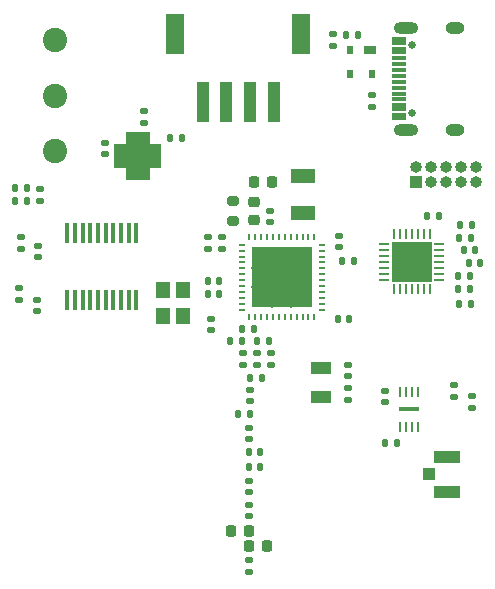
<source format=gts>
G04 #@! TF.GenerationSoftware,KiCad,Pcbnew,(7.0.0)*
G04 #@! TF.CreationDate,2023-05-25T13:49:04-05:00*
G04 #@! TF.ProjectId,Emrick,456d7269-636b-42e6-9b69-6361645f7063,3*
G04 #@! TF.SameCoordinates,Original*
G04 #@! TF.FileFunction,Soldermask,Top*
G04 #@! TF.FilePolarity,Negative*
%FSLAX46Y46*%
G04 Gerber Fmt 4.6, Leading zero omitted, Abs format (unit mm)*
G04 Created by KiCad (PCBNEW (7.0.0)) date 2023-05-25 13:49:04*
%MOMM*%
%LPD*%
G01*
G04 APERTURE LIST*
G04 Aperture macros list*
%AMRoundRect*
0 Rectangle with rounded corners*
0 $1 Rounding radius*
0 $2 $3 $4 $5 $6 $7 $8 $9 X,Y pos of 4 corners*
0 Add a 4 corners polygon primitive as box body*
4,1,4,$2,$3,$4,$5,$6,$7,$8,$9,$2,$3,0*
0 Add four circle primitives for the rounded corners*
1,1,$1+$1,$2,$3*
1,1,$1+$1,$4,$5*
1,1,$1+$1,$6,$7*
1,1,$1+$1,$8,$9*
0 Add four rect primitives between the rounded corners*
20,1,$1+$1,$2,$3,$4,$5,0*
20,1,$1+$1,$4,$5,$6,$7,0*
20,1,$1+$1,$6,$7,$8,$9,0*
20,1,$1+$1,$8,$9,$2,$3,0*%
G04 Aperture macros list end*
%ADD10C,0.100000*%
%ADD11C,2.057400*%
%ADD12RoundRect,0.135000X0.135000X0.185000X-0.135000X0.185000X-0.135000X-0.185000X0.135000X-0.185000X0*%
%ADD13RoundRect,0.135000X-0.135000X-0.185000X0.135000X-0.185000X0.135000X0.185000X-0.135000X0.185000X0*%
%ADD14R,1.600200X3.505200*%
%ADD15R,0.990600X3.505200*%
%ADD16RoundRect,0.140000X-0.170000X0.140000X-0.170000X-0.140000X0.170000X-0.140000X0.170000X0.140000X0*%
%ADD17R,1.200000X1.400000*%
%ADD18R,2.000000X1.200000*%
%ADD19RoundRect,0.147500X-0.172500X0.147500X-0.172500X-0.147500X0.172500X-0.147500X0.172500X0.147500X0*%
%ADD20RoundRect,0.140000X0.140000X0.170000X-0.140000X0.170000X-0.140000X-0.170000X0.140000X-0.170000X0*%
%ADD21RoundRect,0.225000X-0.225000X-0.250000X0.225000X-0.250000X0.225000X0.250000X-0.225000X0.250000X0*%
%ADD22RoundRect,0.140000X-0.140000X-0.170000X0.140000X-0.170000X0.140000X0.170000X-0.140000X0.170000X0*%
%ADD23RoundRect,0.135000X0.185000X-0.135000X0.185000X0.135000X-0.185000X0.135000X-0.185000X-0.135000X0*%
%ADD24RoundRect,0.140000X0.170000X-0.140000X0.170000X0.140000X-0.170000X0.140000X-0.170000X-0.140000X0*%
%ADD25R,0.600000X0.700000*%
%ADD26R,1.000000X0.700000*%
%ADD27RoundRect,0.147500X0.172500X-0.147500X0.172500X0.147500X-0.172500X0.147500X-0.172500X-0.147500X0*%
%ADD28R,0.965200X0.254000*%
%ADD29R,0.254000X0.965200*%
%ADD30R,3.352800X3.352800*%
%ADD31R,0.355600X1.676400*%
%ADD32R,0.850000X0.280000*%
%ADD33R,0.280000X0.850000*%
%ADD34C,0.508000*%
%ADD35C,0.499999*%
%ADD36R,5.150000X5.150000*%
%ADD37O,0.599999X0.240000*%
%ADD38O,0.240000X0.599999*%
%ADD39R,1.800000X1.000000*%
%ADD40O,1.000000X1.000000*%
%ADD41R,1.000000X1.000000*%
%ADD42R,2.200000X1.050000*%
%ADD43R,1.050000X1.000000*%
%ADD44RoundRect,0.225000X0.250000X-0.225000X0.250000X0.225000X-0.250000X0.225000X-0.250000X-0.225000X0*%
%ADD45RoundRect,0.225000X0.225000X0.250000X-0.225000X0.250000X-0.225000X-0.250000X0.225000X-0.250000X0*%
%ADD46O,1.600000X1.000000*%
%ADD47O,2.100000X1.000000*%
%ADD48R,1.150000X0.300000*%
%ADD49C,0.650000*%
%ADD50RoundRect,0.135000X-0.185000X0.135000X-0.185000X-0.135000X0.185000X-0.135000X0.185000X0.135000X0*%
%ADD51R,1.701800X0.304800*%
%ADD52R,0.254000X0.812800*%
%ADD53RoundRect,0.147500X-0.147500X-0.172500X0.147500X-0.172500X0.147500X0.172500X-0.147500X0.172500X0*%
%ADD54RoundRect,0.200000X-0.275000X0.200000X-0.275000X-0.200000X0.275000X-0.200000X0.275000X0.200000X0*%
G04 APERTURE END LIST*
G36*
X91969407Y-28784596D02*
G01*
X90980216Y-28784596D01*
X90980216Y-28365402D01*
X91969407Y-28365402D01*
X91969407Y-28784596D01*
G37*
D10*
X91969407Y-28784596D02*
X90980216Y-28784596D01*
X90980216Y-28365402D01*
X91969407Y-28365402D01*
X91969407Y-28784596D01*
G36*
X91969407Y-29284595D02*
G01*
X90980216Y-29284595D01*
X90980216Y-28865404D01*
X91969407Y-28865404D01*
X91969407Y-29284595D01*
G37*
X91969407Y-29284595D02*
X90980216Y-29284595D01*
X90980216Y-28865404D01*
X91969407Y-28865404D01*
X91969407Y-29284595D01*
G36*
X91969407Y-29784594D02*
G01*
X90980216Y-29784594D01*
X90980216Y-29365403D01*
X91969407Y-29365403D01*
X91969407Y-29784594D01*
G37*
X91969407Y-29784594D02*
X90980216Y-29784594D01*
X90980216Y-29365403D01*
X91969407Y-29365403D01*
X91969407Y-29784594D01*
G36*
X91969407Y-30284596D02*
G01*
X90980216Y-30284596D01*
X90980216Y-29865402D01*
X91969407Y-29865402D01*
X91969407Y-30284596D01*
G37*
X91969407Y-30284596D02*
X90980216Y-30284596D01*
X90980216Y-29865402D01*
X91969407Y-29865402D01*
X91969407Y-30284596D01*
G36*
X92409218Y-28344595D02*
G01*
X91990026Y-28344595D01*
X91990026Y-27355404D01*
X92409218Y-27355404D01*
X92409218Y-28344595D01*
G37*
X92409218Y-28344595D02*
X91990026Y-28344595D01*
X91990026Y-27355404D01*
X92409218Y-27355404D01*
X92409218Y-28344595D01*
G36*
X92409218Y-31294594D02*
G01*
X91990026Y-31294594D01*
X91990026Y-30305403D01*
X92409218Y-30305403D01*
X92409218Y-31294594D01*
G37*
X92409218Y-31294594D02*
X91990026Y-31294594D01*
X91990026Y-30305403D01*
X92409218Y-30305403D01*
X92409218Y-31294594D01*
G36*
X92356111Y-30238499D02*
G01*
X92036311Y-30238499D01*
X92036311Y-28411499D01*
X92356111Y-28411499D01*
X92356111Y-30238499D01*
G37*
X92356111Y-30238499D02*
X92036311Y-30238499D01*
X92036311Y-28411499D01*
X92356111Y-28411499D01*
X92356111Y-30238499D01*
G36*
X93863311Y-28731299D02*
G01*
X92036311Y-28731299D01*
X92036311Y-28411499D01*
X93863311Y-28411499D01*
X93863311Y-28731299D01*
G37*
X93863311Y-28731299D02*
X92036311Y-28731299D01*
X92036311Y-28411499D01*
X93863311Y-28411499D01*
X93863311Y-28731299D01*
G36*
X93863311Y-29518699D02*
G01*
X92036311Y-29518699D01*
X92036311Y-29131299D01*
X93863311Y-29131299D01*
X93863311Y-29518699D01*
G37*
X93863311Y-29518699D02*
X92036311Y-29518699D01*
X92036311Y-29131299D01*
X93863311Y-29131299D01*
X93863311Y-29518699D01*
G36*
X93863311Y-30238499D02*
G01*
X92036311Y-30238499D01*
X92036311Y-29918699D01*
X93863311Y-29918699D01*
X93863311Y-30238499D01*
G37*
X93863311Y-30238499D02*
X92036311Y-30238499D01*
X92036311Y-29918699D01*
X93863311Y-29918699D01*
X93863311Y-30238499D01*
G36*
X92909344Y-28344595D02*
G01*
X92490152Y-28344595D01*
X92490152Y-27355404D01*
X92909344Y-27355404D01*
X92909344Y-28344595D01*
G37*
X92909344Y-28344595D02*
X92490152Y-28344595D01*
X92490152Y-27355404D01*
X92909344Y-27355404D01*
X92909344Y-28344595D01*
G36*
X92909344Y-31294594D02*
G01*
X92490152Y-31294594D01*
X92490152Y-30305403D01*
X92909344Y-30305403D01*
X92909344Y-31294594D01*
G37*
X92909344Y-31294594D02*
X92490152Y-31294594D01*
X92490152Y-30305403D01*
X92909344Y-30305403D01*
X92909344Y-31294594D01*
G36*
X93409470Y-28344595D02*
G01*
X92990278Y-28344595D01*
X92990278Y-27355404D01*
X93409470Y-27355404D01*
X93409470Y-28344595D01*
G37*
X93409470Y-28344595D02*
X92990278Y-28344595D01*
X92990278Y-27355404D01*
X93409470Y-27355404D01*
X93409470Y-28344595D01*
G36*
X93409470Y-31294594D02*
G01*
X92990278Y-31294594D01*
X92990278Y-30305403D01*
X93409470Y-30305403D01*
X93409470Y-31294594D01*
G37*
X93409470Y-31294594D02*
X92990278Y-31294594D01*
X92990278Y-30305403D01*
X93409470Y-30305403D01*
X93409470Y-31294594D01*
G36*
X93143511Y-30238499D02*
G01*
X92756111Y-30238499D01*
X92756111Y-28411499D01*
X93143511Y-28411499D01*
X93143511Y-30238499D01*
G37*
X93143511Y-30238499D02*
X92756111Y-30238499D01*
X92756111Y-28411499D01*
X93143511Y-28411499D01*
X93143511Y-30238499D01*
G36*
X93909596Y-28344595D02*
G01*
X93490404Y-28344595D01*
X93490404Y-27355404D01*
X93909596Y-27355404D01*
X93909596Y-28344595D01*
G37*
X93909596Y-28344595D02*
X93490404Y-28344595D01*
X93490404Y-27355404D01*
X93909596Y-27355404D01*
X93909596Y-28344595D01*
G36*
X93909596Y-31294594D02*
G01*
X93490404Y-31294594D01*
X93490404Y-30305403D01*
X93909596Y-30305403D01*
X93909596Y-31294594D01*
G37*
X93909596Y-31294594D02*
X93490404Y-31294594D01*
X93490404Y-30305403D01*
X93909596Y-30305403D01*
X93909596Y-31294594D01*
G36*
X93863311Y-30238499D02*
G01*
X93543511Y-30238499D01*
X93543511Y-28411499D01*
X93863311Y-28411499D01*
X93863311Y-30238499D01*
G37*
X93863311Y-30238499D02*
X93543511Y-30238499D01*
X93543511Y-28411499D01*
X93863311Y-28411499D01*
X93863311Y-30238499D01*
G36*
X94919406Y-28784596D02*
G01*
X93930215Y-28784596D01*
X93930215Y-28365402D01*
X94919406Y-28365402D01*
X94919406Y-28784596D01*
G37*
X94919406Y-28784596D02*
X93930215Y-28784596D01*
X93930215Y-28365402D01*
X94919406Y-28365402D01*
X94919406Y-28784596D01*
G36*
X94919406Y-29284595D02*
G01*
X93930215Y-29284595D01*
X93930215Y-28865404D01*
X94919406Y-28865404D01*
X94919406Y-29284595D01*
G37*
X94919406Y-29284595D02*
X93930215Y-29284595D01*
X93930215Y-28865404D01*
X94919406Y-28865404D01*
X94919406Y-29284595D01*
G36*
X94919406Y-29784594D02*
G01*
X93930215Y-29784594D01*
X93930215Y-29365403D01*
X94919406Y-29365403D01*
X94919406Y-29784594D01*
G37*
X94919406Y-29784594D02*
X93930215Y-29784594D01*
X93930215Y-29365403D01*
X94919406Y-29365403D01*
X94919406Y-29784594D01*
G36*
X94919406Y-30284596D02*
G01*
X93930215Y-30284596D01*
X93930215Y-29865402D01*
X94919406Y-29865402D01*
X94919406Y-30284596D01*
G37*
X94919406Y-30284596D02*
X93930215Y-30284596D01*
X93930215Y-29865402D01*
X94919406Y-29865402D01*
X94919406Y-30284596D01*
D11*
X86000000Y-19596100D03*
X86000000Y-24295100D03*
X86000000Y-28994100D03*
D12*
X82610000Y-33200000D03*
X83630000Y-33200000D03*
D13*
X83620000Y-32100000D03*
X82600000Y-32100000D03*
D14*
X106850000Y-19094698D03*
X96150001Y-19094698D03*
D15*
X98500001Y-24844700D03*
X100500000Y-24844700D03*
X102500001Y-24844700D03*
X104499999Y-24844700D03*
D16*
X84720000Y-33180000D03*
X84720000Y-32220000D03*
D17*
X95149999Y-42949999D03*
X95149999Y-40749999D03*
X96849999Y-40749999D03*
X96849999Y-42949999D03*
D12*
X110590000Y-19150000D03*
X111610000Y-19150000D03*
D18*
X106999999Y-31049999D03*
X106999999Y-34249999D03*
D19*
X102400000Y-53355000D03*
X102400000Y-52385000D03*
X101900000Y-47050000D03*
X101900000Y-46080000D03*
D20*
X98920000Y-39950000D03*
X99880000Y-39950000D03*
D21*
X103950000Y-62450000D03*
X102400000Y-62450000D03*
D16*
X99200000Y-44130000D03*
X99200000Y-43170000D03*
D22*
X110880000Y-43150000D03*
X109920000Y-43150000D03*
D23*
X100100000Y-36240000D03*
X100100000Y-37260000D03*
D22*
X121280000Y-35250000D03*
X120320000Y-35250000D03*
D24*
X93500000Y-25620000D03*
X93500000Y-26580000D03*
D12*
X120134000Y-39537000D03*
X121154000Y-39537000D03*
D25*
X112849999Y-22449999D03*
X110949999Y-22449999D03*
X110949999Y-20449999D03*
D26*
X112649999Y-20449999D03*
D23*
X83100000Y-36240000D03*
X83100000Y-37260000D03*
D27*
X121297000Y-49715000D03*
X121297000Y-50685000D03*
D16*
X103100000Y-47050000D03*
X103100000Y-46090000D03*
D28*
X118524099Y-39849999D03*
X118524099Y-39350000D03*
X118524099Y-38849998D03*
X118524099Y-38349999D03*
X118524099Y-37850000D03*
X118524099Y-37349998D03*
X118524099Y-36849999D03*
D29*
X117699999Y-36025899D03*
X117200000Y-36025899D03*
X116699998Y-36025899D03*
X116199999Y-36025899D03*
X115700000Y-36025899D03*
X115199998Y-36025899D03*
X114699999Y-36025899D03*
D28*
X113875899Y-36849999D03*
X113875899Y-37349998D03*
X113875899Y-37850000D03*
X113875899Y-38349999D03*
X113875899Y-38849998D03*
X113875899Y-39350000D03*
X113875899Y-39849999D03*
D29*
X114699999Y-40674099D03*
X115199998Y-40674099D03*
X115700000Y-40674099D03*
X116199999Y-40674099D03*
X116699998Y-40674099D03*
X117200000Y-40674099D03*
X117699999Y-40674099D03*
D30*
X116199999Y-38349999D03*
D12*
X117490000Y-34450000D03*
X118510000Y-34450000D03*
D31*
X87027501Y-35944849D03*
X87677500Y-35944849D03*
X88327501Y-35944849D03*
X88977500Y-35944849D03*
X89627501Y-35944849D03*
X90277500Y-35944849D03*
X90927501Y-35944849D03*
X91577500Y-35944849D03*
X92227501Y-35944849D03*
X92877499Y-35944849D03*
X92877497Y-41583649D03*
X92227498Y-41583649D03*
X91577497Y-41583649D03*
X90927498Y-41583649D03*
X90277497Y-41583649D03*
X89627498Y-41583649D03*
X88977500Y-41583649D03*
X88327498Y-41583649D03*
X87677500Y-41583649D03*
X87027499Y-41583649D03*
D32*
X91474809Y-28574997D03*
X91474809Y-29074998D03*
X91474809Y-29574998D03*
X91474809Y-30074999D03*
D33*
X92199621Y-30799999D03*
X92699747Y-30799999D03*
X93199873Y-30799999D03*
X93699999Y-30799999D03*
D32*
X94424811Y-30074999D03*
X94424811Y-29574998D03*
X94424811Y-29074998D03*
X94424811Y-28574997D03*
D33*
X93699999Y-27849997D03*
X93199873Y-27849997D03*
X92699747Y-27849997D03*
X92199621Y-27849997D03*
D34*
X92556111Y-28931299D03*
X93343511Y-28931299D03*
X93343511Y-29718699D03*
X92556111Y-29718699D03*
D24*
X104200000Y-34020000D03*
X104200000Y-34980000D03*
X90200000Y-28300000D03*
X90200000Y-29260000D03*
D16*
X98900000Y-37230000D03*
X98900000Y-36270000D03*
D22*
X111280000Y-38250000D03*
X110320000Y-38250000D03*
X101786000Y-45070000D03*
X100826000Y-45070000D03*
D35*
X104396499Y-37325001D03*
X106003501Y-38846499D03*
X104396499Y-38846499D03*
X107524999Y-40453501D03*
X106003501Y-40453501D03*
X104396499Y-40453501D03*
X104396499Y-41974999D03*
X106003501Y-37325001D03*
X102875001Y-38846499D03*
X102875001Y-40453501D03*
X106003501Y-41974999D03*
D36*
X105199999Y-39649999D03*
D37*
X101799998Y-42399999D03*
X101799998Y-41900000D03*
X101799998Y-41400001D03*
X101799998Y-40899999D03*
X101799998Y-40400000D03*
X101799998Y-39899999D03*
X101799998Y-39399999D03*
X101799998Y-38900001D03*
X101799998Y-38399999D03*
X101799998Y-37900000D03*
X101799998Y-37399998D03*
X101799998Y-36899999D03*
D38*
X102449999Y-36249998D03*
X102949998Y-36249998D03*
X103449997Y-36249998D03*
X103949999Y-36249998D03*
X104449998Y-36249998D03*
X104949999Y-36249998D03*
X105449999Y-36249998D03*
X105949997Y-36249998D03*
X106449999Y-36249998D03*
X106949998Y-36249998D03*
X107450000Y-36249998D03*
X107949999Y-36249998D03*
D37*
X108600000Y-36899999D03*
X108600000Y-37399998D03*
X108600000Y-37900000D03*
X108600000Y-38399999D03*
X108600000Y-38900001D03*
X108600000Y-39399999D03*
X108600000Y-39899999D03*
X108600000Y-40400000D03*
X108600000Y-40899999D03*
X108600000Y-41400001D03*
X108600000Y-41900000D03*
X108600000Y-42399999D03*
D38*
X107949999Y-43050000D03*
X107450000Y-43050000D03*
X106949998Y-43050000D03*
X106449999Y-43050000D03*
X105949997Y-43050000D03*
X105449999Y-43050000D03*
X104949999Y-43050000D03*
X104449998Y-43050000D03*
X103949999Y-43050000D03*
X103449997Y-43050000D03*
X102949998Y-43050000D03*
X102449999Y-43050000D03*
D35*
X107524999Y-38846499D03*
D20*
X98920000Y-41050000D03*
X99880000Y-41050000D03*
D39*
X108499999Y-47299999D03*
X108499999Y-49799999D03*
D12*
X120134000Y-40680000D03*
X121154000Y-40680000D03*
D40*
X121629999Y-30304999D03*
X121629999Y-31574999D03*
X120359999Y-30304999D03*
X120359999Y-31574999D03*
X119089999Y-30304999D03*
X119089999Y-31574999D03*
X117819999Y-30304999D03*
X117819999Y-31574999D03*
X116549999Y-30304999D03*
D41*
X116549999Y-31574999D03*
D42*
X119144999Y-57807499D03*
X119144999Y-54857499D03*
D43*
X117619999Y-56332499D03*
D16*
X113900000Y-50230000D03*
X113900000Y-49270000D03*
D20*
X101520000Y-51270000D03*
X102480000Y-51270000D03*
D44*
X102800000Y-33275000D03*
X102800000Y-34825000D03*
D45*
X100850000Y-61100000D03*
X102400000Y-61100000D03*
D16*
X102400000Y-64580000D03*
X102400000Y-63620000D03*
D46*
X119874999Y-18529999D03*
D47*
X115694999Y-18529999D03*
D46*
X119874999Y-27169999D03*
D47*
X115694999Y-27169999D03*
D48*
X115129999Y-25899999D03*
X115129999Y-25099999D03*
X115129999Y-24599999D03*
X115129999Y-23599999D03*
X115129999Y-22099999D03*
X115129999Y-21099999D03*
X115129999Y-20599999D03*
X115129999Y-19799999D03*
X115129999Y-19499999D03*
X115129999Y-20299999D03*
X115129999Y-21599999D03*
X115129999Y-22599999D03*
X115129999Y-23099999D03*
X115129999Y-24099999D03*
X115129999Y-25399999D03*
X115129999Y-26199999D03*
D49*
X116195000Y-19960000D03*
X116195000Y-25740000D03*
D24*
X110000000Y-36170000D03*
X110000000Y-37130000D03*
D22*
X103480000Y-48170000D03*
X102520000Y-48170000D03*
D20*
X102420000Y-55732500D03*
X103380000Y-55732500D03*
D23*
X119773000Y-48779000D03*
X119773000Y-49799000D03*
D22*
X103380000Y-54450000D03*
X102420000Y-54450000D03*
D27*
X84424000Y-41583000D03*
X84424000Y-42553000D03*
D24*
X102400000Y-56902500D03*
X102400000Y-57862500D03*
X110800000Y-49070000D03*
X110800000Y-50030000D03*
D22*
X121980000Y-38450000D03*
X121020000Y-38450000D03*
D50*
X109550000Y-20110000D03*
X109550000Y-19090000D03*
D22*
X121180000Y-36300000D03*
X120220000Y-36300000D03*
D16*
X110800000Y-48030000D03*
X110800000Y-47070000D03*
D19*
X102400000Y-59867500D03*
X102400000Y-58897500D03*
D22*
X121580000Y-37350000D03*
X120620000Y-37350000D03*
D16*
X104300000Y-47050000D03*
X104300000Y-46090000D03*
D13*
X114960000Y-53700000D03*
X113940000Y-53700000D03*
X96710000Y-27900000D03*
X95690000Y-27900000D03*
D19*
X102500000Y-50155000D03*
X102500000Y-49185000D03*
D51*
X115999999Y-50849999D03*
D52*
X115237999Y-49402199D03*
X115745999Y-49402199D03*
X116253999Y-49402199D03*
X116761999Y-49402199D03*
X116761999Y-52297799D03*
X116253999Y-52297799D03*
X115745999Y-52297799D03*
X115237999Y-52297799D03*
D23*
X112800000Y-24190000D03*
X112800000Y-25210000D03*
D27*
X84527000Y-36969000D03*
X84527000Y-37939000D03*
D23*
X82900000Y-40530000D03*
X82900000Y-41550000D03*
D12*
X120172000Y-41914000D03*
X121192000Y-41914000D03*
D53*
X102807000Y-44070000D03*
X101837000Y-44070000D03*
D54*
X101100000Y-34875000D03*
X101100000Y-33225000D03*
D53*
X104077000Y-45070000D03*
X103107000Y-45070000D03*
D45*
X102825000Y-31550000D03*
X104375000Y-31550000D03*
M02*

</source>
